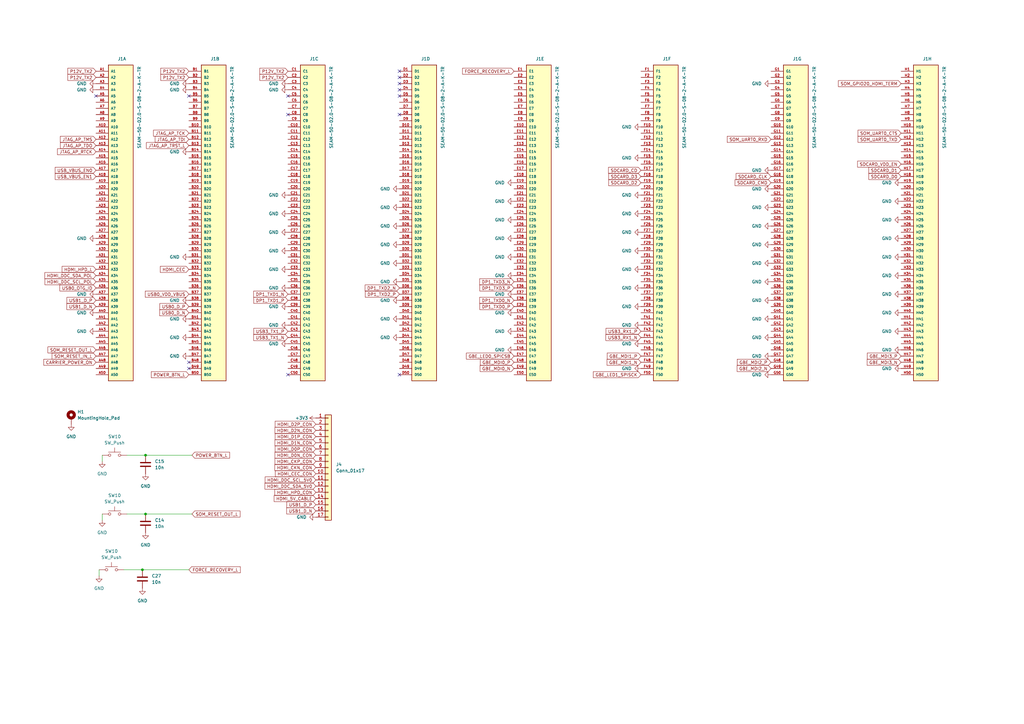
<source format=kicad_sch>
(kicad_sch (version 20230121) (generator eeschema)
  (paper "A3")
  (junction (at 59.69 210.82))
  (junction (at 58.42 233.68))
  (junction (at 59.69 186.69))
  (no_connect (at 163.83 36.83))
  (no_connect (at 77.47 148.59))
  (no_connect (at 39.37 39.37))
  (no_connect (at 163.83 31.75))
  (no_connect (at 77.47 39.37))
  (no_connect (at 163.83 39.37))
  (no_connect (at 118.11 39.37))
  (no_connect (at 163.83 29.21))
  (no_connect (at 163.83 34.29))
  (no_connect (at 118.11 46.99))
  (no_connect (at 77.47 151.13))
  (no_connect (at 163.83 46.99))
  (no_connect (at 163.83 153.67))
  (no_connect (at 118.11 153.67))
  (wire (pts (xy 52.07 210.82) (xy 59.69 210.82)))
  (wire (pts (xy 50.8 233.68) (xy 58.42 233.68)))
  (wire (pts (xy 59.69 210.82) (xy 78.74 210.82)))
  (wire (pts (xy 41.91 210.82) (xy 41.91 213.36)))
  (wire (pts (xy 41.91 186.69) (xy 41.91 189.23)))
  (wire (pts (xy 40.64 233.68) (xy 40.64 236.22)))
  (wire (pts (xy 58.42 233.68) (xy 77.47 233.68)))
  (wire (pts (xy 59.69 186.69) (xy 78.74 186.69)))
  (wire (pts (xy 52.07 186.69) (xy 59.69 186.69)))
  (global_label "HDMI_HPD_L" (shape input) (at 39.37 110.49 180) (property "Intersheetrefs" "${INTERSHEET_REFS}" (effects hide)))
  (global_label "SOM_UART0_CTS" (shape input) (at 369.57 54.61 180) (property "Intersheetrefs" "${INTERSHEET_REFS}" (effects hide)))
  (global_label "HDMI_DDC_SDA_POL" (shape input) (at 39.37 113.03 180) (property "Intersheetrefs" "${INTERSHEET_REFS}" (effects hide)))
  (global_label "USB1_D_P" (shape input) (at 129.54 207.01 180) (property "Intersheetrefs" "${INTERSHEET_REFS}" (effects hide)))
  (global_label "SOM_GPIO20_HDMI_TERM" (shape input) (at 369.57 34.29 180) (property "Intersheetrefs" "${INTERSHEET_REFS}" (effects hide)))
  (global_label "USB3_TX1_P" (shape input) (at 118.11 135.89 180) (property "Intersheetrefs" "${INTERSHEET_REFS}" (effects hide)))
  (global_label "SDCARD_VDD_EN" (shape input) (at 369.57 67.31 180) (property "Intersheetrefs" "${INTERSHEET_REFS}" (effects hide)))
  (global_label "DP1_TXD3_P" (shape input) (at 210.82 118.11 180) (property "Intersheetrefs" "${INTERSHEET_REFS}" (effects hide)))
  (global_label "DP1_TXD2_P" (shape input) (at 163.83 120.65 180) (property "Intersheetrefs" "${INTERSHEET_REFS}" (effects hide)))
  (global_label "DP1_TXD0_P" (shape input) (at 210.82 125.73 180) (property "Intersheetrefs" "${INTERSHEET_REFS}" (effects hide)))
  (global_label "SDCARD_CMD" (shape input) (at 316.23 74.93 180) (property "Intersheetrefs" "${INTERSHEET_REFS}" (effects hide)))
  (global_label "GBE_MDI1_N" (shape input) (at 262.89 148.59 180) (property "Intersheetrefs" "${INTERSHEET_REFS}" (effects hide)))
  (global_label "HDMI_D2N_CON" (shape input) (at 129.54 176.53 180) (property "Intersheetrefs" "${INTERSHEET_REFS}" (effects hide)))
  (global_label "USB3_RX1_N" (shape input) (at 262.89 138.43 180) (property "Intersheetrefs" "${INTERSHEET_REFS}" (effects hide)))
  (global_label "USB_VBUS_EN1" (shape input) (at 39.37 72.39 180) (property "Intersheetrefs" "${INTERSHEET_REFS}" (effects hide)))
  (global_label "HDMI_CEC" (shape input) (at 77.47 110.49 180) (property "Intersheetrefs" "${INTERSHEET_REFS}" (effects hide)))
  (global_label "P12V_TX2" (shape input) (at 118.11 29.21 180) (property "Intersheetrefs" "${INTERSHEET_REFS}" (effects hide)))
  (global_label "USB1_D_N" (shape input) (at 39.37 125.73 180) (property "Intersheetrefs" "${INTERSHEET_REFS}" (effects hide)))
  (global_label "HDMI_DDC_SDA_5V0" (shape input) (at 129.54 199.39 180) (property "Intersheetrefs" "${INTERSHEET_REFS}" (effects hide)))
  (global_label "GBE_MDI0_N" (shape input) (at 210.82 151.13 180) (property "Intersheetrefs" "${INTERSHEET_REFS}" (effects hide)))
  (global_label "GBE_MDI3_P" (shape input) (at 369.57 146.05 180) (property "Intersheetrefs" "${INTERSHEET_REFS}" (effects hide)))
  (global_label "SOM_RESET_OUT_L" (shape input) (at 39.37 143.51 180) (property "Intersheetrefs" "${INTERSHEET_REFS}" (effects hide)))
  (global_label "JTAG_AP_TMS" (shape input) (at 39.37 57.15 180) (property "Intersheetrefs" "${INTERSHEET_REFS}" (effects hide)))
  (global_label "USB0_OTG_ID" (shape input) (at 39.37 118.11 180) (property "Intersheetrefs" "${INTERSHEET_REFS}" (effects hide)))
  (global_label "USB1_D_P" (shape input) (at 39.37 123.19 180) (property "Intersheetrefs" "${INTERSHEET_REFS}" (effects hide)))
  (global_label "GBE_MDI1_P" (shape input) (at 262.89 146.05 180) (property "Intersheetrefs" "${INTERSHEET_REFS}" (effects hide)))
  (global_label "GBE_LED1_SPISCK" (shape input) (at 262.89 153.67 180) (property "Intersheetrefs" "${INTERSHEET_REFS}" (effects hide)))
  (global_label "SOM_RESET_IN_L" (shape input) (at 39.37 146.05 180) (property "Intersheetrefs" "${INTERSHEET_REFS}" (effects hide)))
  (global_label "DP1_TXD0_N" (shape input) (at 210.82 123.19 180) (property "Intersheetrefs" "${INTERSHEET_REFS}" (effects hide)))
  (global_label "JTAG_AP_TDI" (shape input) (at 77.47 57.15 180) (property "Intersheetrefs" "${INTERSHEET_REFS}" (effects hide)))
  (global_label "HDMI_DDC_SCL_POL" (shape input) (at 39.37 115.57 180) (property "Intersheetrefs" "${INTERSHEET_REFS}" (effects hide)))
  (global_label "JTAG_AP_TCK" (shape input) (at 77.47 54.61 180) (property "Intersheetrefs" "${INTERSHEET_REFS}" (effects hide)))
  (global_label "GBE_LED0_SPICSB" (shape input) (at 210.82 146.05 180) (property "Intersheetrefs" "${INTERSHEET_REFS}" (effects hide)))
  (global_label "FORCE_RECOVERY_L" (shape input) (at 210.82 29.21 180) (property "Intersheetrefs" "${INTERSHEET_REFS}" (effects hide)))
  (global_label "P12V_TX2" (shape input) (at 118.11 31.75 180) (property "Intersheetrefs" "${INTERSHEET_REFS}" (effects hide)))
  (global_label "SDCARD_CLK" (shape input) (at 316.23 72.39 180) (property "Intersheetrefs" "${INTERSHEET_REFS}" (effects hide)))
  (global_label "DP1_TXD1_N" (shape input) (at 118.11 120.65 180) (property "Intersheetrefs" "${INTERSHEET_REFS}" (effects hide)))
  (global_label "JTAG_AP_RTCK" (shape input) (at 39.37 62.23 180) (property "Intersheetrefs" "${INTERSHEET_REFS}" (effects hide)))
  (global_label "HDMI_D0P_CON" (shape input) (at 129.54 184.15 180) (property "Intersheetrefs" "${INTERSHEET_REFS}" (effects hide)))
  (global_label "GBE_MDI0_P" (shape input) (at 210.82 148.59 180) (property "Intersheetrefs" "${INTERSHEET_REFS}" (effects hide)))
  (global_label "SOM_UART0_RXD" (shape input) (at 316.23 57.15 180) (property "Intersheetrefs" "${INTERSHEET_REFS}" (effects hide)))
  (global_label "HDMI_5V_CABLE" (shape input) (at 129.54 204.47 180) (property "Intersheetrefs" "${INTERSHEET_REFS}" (effects hide)))
  (global_label "GBE_MDI2_P" (shape input) (at 316.23 148.59 180) (property "Intersheetrefs" "${INTERSHEET_REFS}" (effects hide)))
  (global_label "DP1_TXD2_N" (shape input) (at 163.83 118.11 180) (property "Intersheetrefs" "${INTERSHEET_REFS}" (effects hide)))
  (global_label "USB_VBUS_EN0" (shape input) (at 39.37 69.85 180) (property "Intersheetrefs" "${INTERSHEET_REFS}" (effects hide)))
  (global_label "JTAG_AP_TDO" (shape input) (at 39.37 59.69 180) (property "Intersheetrefs" "${INTERSHEET_REFS}" (effects hide)))
  (global_label "DP1_TXD1_P" (shape input) (at 118.11 123.19 180) (property "Intersheetrefs" "${INTERSHEET_REFS}" (effects hide)))
  (global_label "USB0_VDD_VBUS" (shape input) (at 77.47 120.65 180) (property "Intersheetrefs" "${INTERSHEET_REFS}" (effects hide)))
  (global_label "SDCARD_D1" (shape input) (at 369.57 69.85 180) (property "Intersheetrefs" "${INTERSHEET_REFS}" (effects hide)))
  (global_label "P12V_TX2" (shape input) (at 77.47 29.21 180) (property "Intersheetrefs" "${INTERSHEET_REFS}" (effects hide)))
  (global_label "HDMI_CEC_CON" (shape input) (at 129.54 194.31 180) (property "Intersheetrefs" "${INTERSHEET_REFS}" (effects hide)))
  (global_label "USB3_RX1_P" (shape input) (at 262.89 135.89 180) (property "Intersheetrefs" "${INTERSHEET_REFS}" (effects hide)))
  (global_label "HDMI_DDC_SCL_5V0" (shape input) (at 129.54 196.85 180) (property "Intersheetrefs" "${INTERSHEET_REFS}" (effects hide)))
  (global_label "HDMI_D2P_CON" (shape input) (at 129.54 173.99 180) (property "Intersheetrefs" "${INTERSHEET_REFS}" (effects hide)))
  (global_label "HDMI_HPD_CON" (shape input) (at 129.54 201.93 180) (property "Intersheetrefs" "${INTERSHEET_REFS}" (effects hide)))
  (global_label "FORCE_RECOVERY_L" (shape input) (at 77.47 233.68 0) (property "Intersheetrefs" "${INTERSHEET_REFS}" (effects hide)))
  (global_label "SOM_UART0_TXD" (shape input) (at 369.57 57.15 180) (property "Intersheetrefs" "${INTERSHEET_REFS}" (effects hide)))
  (global_label "USB1_D_N" (shape input) (at 129.54 209.55 180) (property "Intersheetrefs" "${INTERSHEET_REFS}" (effects hide)))
  (global_label "POWER_BTN_L" (shape input) (at 78.74 186.69 0) (property "Intersheetrefs" "${INTERSHEET_REFS}" (effects hide)))
  (global_label "SDCARD_CD" (shape input) (at 262.89 69.85 180) (property "Intersheetrefs" "${INTERSHEET_REFS}" (effects hide)))
  (global_label "USB0_D_N" (shape input) (at 77.47 128.27 180) (property "Intersheetrefs" "${INTERSHEET_REFS}" (effects hide)))
  (global_label "HDMI_D1N_CON" (shape input) (at 129.54 181.61 180) (property "Intersheetrefs" "${INTERSHEET_REFS}" (effects hide)))
  (global_label "P12V_TX2" (shape input) (at 77.47 31.75 180) (property "Intersheetrefs" "${INTERSHEET_REFS}" (effects hide)))
  (global_label "P12V_TX2" (shape input) (at 39.37 31.75 180) (property "Intersheetrefs" "${INTERSHEET_REFS}" (effects hide)))
  (global_label "HDMI_D0N_CON" (shape input) (at 129.54 186.69 180) (property "Intersheetrefs" "${INTERSHEET_REFS}" (effects hide)))
  (global_label "GBE_MDI2_N" (shape input) (at 316.23 151.13 180) (property "Intersheetrefs" "${INTERSHEET_REFS}" (effects hide)))
  (global_label "P12V_TX2" (shape input) (at 39.37 29.21 180) (property "Intersheetrefs" "${INTERSHEET_REFS}" (effects hide)))
  (global_label "USB0_D_P" (shape input) (at 77.47 125.73 180) (property "Intersheetrefs" "${INTERSHEET_REFS}" (effects hide)))
  (global_label "POWER_BTN_L" (shape input) (at 77.47 153.67 180) (property "Intersheetrefs" "${INTERSHEET_REFS}" (effects hide)))
  (global_label "CARRIER_POWER_ON" (shape input) (at 39.37 148.59 180) (property "Intersheetrefs" "${INTERSHEET_REFS}" (effects hide)))
  (global_label "DP1_TXD3_N" (shape input) (at 210.82 115.57 180) (property "Intersheetrefs" "${INTERSHEET_REFS}" (effects hide)))
  (global_label "SOM_RESET_OUT_L" (shape input) (at 78.74 210.82 0) (property "Intersheetrefs" "${INTERSHEET_REFS}" (effects hide)))
  (global_label "HDMI_D1P_CON" (shape input) (at 129.54 179.07 180) (property "Intersheetrefs" "${INTERSHEET_REFS}" (effects hide)))
  (global_label "JTAG_AP_TRST_L" (shape input) (at 77.47 59.69 180) (property "Intersheetrefs" "${INTERSHEET_REFS}" (effects hide)))
  (global_label "HDMI_CKN_CON" (shape input) (at 129.54 191.77 180) (property "Intersheetrefs" "${INTERSHEET_REFS}" (effects hide)))
  (global_label "SDCARD_D0" (shape input) (at 369.57 72.39 180) (property "Intersheetrefs" "${INTERSHEET_REFS}" (effects hide)))
  (global_label "SDCARD_D2" (shape input) (at 262.89 74.93 180) (property "Intersheetrefs" "${INTERSHEET_REFS}" (effects hide)))
  (global_label "SDCARD_D3" (shape input) (at 262.89 72.39 180) (property "Intersheetrefs" "${INTERSHEET_REFS}" (effects hide)))
  (global_label "USB3_TX1_N" (shape input) (at 118.11 138.43 180) (property "Intersheetrefs" "${INTERSHEET_REFS}" (effects hide)))
  (global_label "GBE_MDI3_N" (shape input) (at 369.57 148.59 180) (property "Intersheetrefs" "${INTERSHEET_REFS}" (effects hide)))
  (global_label "HDMI_CKP_CON" (shape input) (at 129.54 189.23 180) (property "Intersheetrefs" "${INTERSHEET_REFS}" (effects hide)))
  (symbol (lib_id "power:GND") (at 163.83 107.95 270) (unit 1)
    (property "Reference" "#PWR089" (effects hide))
    (property "Value" "GND" (at 160.02 107.95 90) (effects (justify right)))
  )
  (symbol (lib_id "power:GND") (at 163.83 115.57 270) (unit 1)
    (property "Reference" "#PWR090" (effects hide))
    (property "Value" "GND" (at 160.02 115.57 90) (effects (justify right)))
  )
  (symbol (lib_id "power:GND") (at 77.47 105.41 270) (unit 1)
    (property "Reference" "#PWR069" (effects hide))
    (property "Value" "GND" (at 73.66 105.41 90) (effects (justify right)))
  )
  (symbol (lib_id "power:GND") (at 39.37 128.27 270) (unit 1)
    (property "Reference" "#PWR064" (effects hide))
    (property "Value" "GND" (at 35.56 128.27 90) (effects (justify right)))
  )
  (symbol (lib_id "power:GND") (at 118.11 36.83 270) (unit 1)
    (property "Reference" "#PWR075" (effects hide))
    (property "Value" "GND" (at 114.3 36.83 90) (effects (justify right)))
  )
  (symbol (lib_id "power:GND") (at 369.57 113.03 270) (unit 1)
    (property "Reference" "#PWR0134" (effects hide))
    (property "Value" "GND" (at 365.76 113.03 90) (effects (justify right)))
  )
  (symbol (lib_id "power:GND") (at 262.89 87.63 270) (unit 1)
    (property "Reference" "#PWR0107" (effects hide))
    (property "Value" "GND" (at 259.08 87.63 90) (effects (justify right)))
  )
  (symbol (lib_id "power:GND") (at 262.89 125.73 270) (unit 1)
    (property "Reference" "#PWR0110" (effects hide))
    (property "Value" "GND" (at 259.08 125.73 90) (effects (justify right)))
  )
  (symbol (lib_id "power:GND") (at 118.11 118.11 270) (unit 1)
    (property "Reference" "#PWR081" (effects hide))
    (property "Value" "GND" (at 114.3 118.11 90) (effects (justify right)))
  )
  (symbol (lib_id "power:GND") (at 118.11 102.87 270) (unit 1)
    (property "Reference" "#PWR079" (effects hide))
    (property "Value" "GND" (at 114.3 102.87 90) (effects (justify right)))
  )
  (symbol (lib_id "power:GND") (at 77.47 34.29 270) (unit 1)
    (property "Reference" "#PWR066" (effects hide))
    (property "Value" "GND" (at 73.66 34.29 90) (effects (justify right)))
  )
  (symbol (lib_id "power:GND") (at 316.23 92.71 270) (unit 1)
    (property "Reference" "#PWR0124" (effects hide))
    (property "Value" "GND" (at 312.42 92.71 90) (effects (justify right)))
  )
  (symbol (lib_id "power:GND") (at 39.37 34.29 270) (unit 1)
    (property "Reference" "#PWR060" (effects hide))
    (property "Value" "GND" (at 35.56 34.29 90) (effects (justify right)))
  )
  (symbol (lib_id "power:GND") (at 77.47 36.83 270) (unit 1)
    (property "Reference" "#PWR067" (effects hide))
    (property "Value" "GND" (at 73.66 36.83 90) (effects (justify right)))
  )
  (symbol (lib_id "power:GND") (at 316.23 107.95 270) (unit 1)
    (property "Reference" "#PWR0122" (effects hide))
    (property "Value" "GND" (at 312.42 107.95 90) (effects (justify right)))
  )
  (symbol (lib_id "power:GND") (at 129.54 212.09 270) (unit 1)
    (property "Reference" "#PWR019" (effects hide))
    (property "Value" "GND" (at 125.73 212.09 90) (effects (justify right)))
    (instances (project "tegra_projectm_front" (path "" (reference "#PWR019") (unit 1))) (project "tegra_carrier" (path "" (reference "#PWR05") (unit 1))))
  )
  (symbol (lib_id "power:GND") (at 59.69 218.44 0) (unit 1)
    (property "Reference" "#PWR0148" (effects hide))
    (property "Value" "GND" (at 59.69 223.52 0))
  )
  (symbol (lib_id "power:GND") (at 369.57 151.13 270) (unit 1)
    (property "Reference" "#PWR0129" (effects hide))
    (property "Value" "GND" (at 365.76 151.13 90) (effects (justify right)))
  )
  (symbol (lib_id "SEAM-50-02.0-S-08-2-A-K-TR:SEAM-50-02.0-S-08-2-A-K-TR") (at 128.27 90.17 0) (unit 3)
    (property "Reference" "J1" (at 127 24.13 0) (effects (justify left)))
    (property "Value" "SEAM-50-02.0-S-08-2-A-K-TR" (at 135.89 60.96 90) (effects (justify left)))
    (property "Footprint" "footprints:SAMTEC_SEAM-50-02.0-S-08-2-A-K-TR" (effects hide))
    (property "PARTREV" "AE" (effects hide))
    (property "MF" "Samtec Inc." (effects hide))
    (property "STANDARD" "Manufacturer Recommendation" (effects hide))
  )
  (symbol (lib_id "power:GND") (at 316.23 69.85 270) (unit 1)
    (property "Reference" "#PWR0127" (effects hide))
    (property "Value" "GND" (at 312.42 69.85 90) (effects (justify right)))
  )
  (symbol (lib_id "power:GND") (at 41.91 213.36 0) (unit 1)
    (property "Reference" "#PWR01" (effects hide))
    (property "Value" "GND" (at 41.91 218.44 0))
  )
  (symbol (lib_id "power:GND") (at 39.37 135.89 270) (unit 1)
    (property "Reference" "#PWR065" (effects hide))
    (property "Value" "GND" (at 35.56 135.89 90) (effects (justify right)))
  )
  (symbol (lib_id "power:GND") (at 77.47 130.81 270) (unit 1)
    (property "Reference" "#PWR071" (effects hide))
    (property "Value" "GND" (at 73.66 130.81 90) (effects (justify right)))
  )
  (symbol (lib_id "power:GND") (at 77.47 62.23 270) (unit 1)
    (property "Reference" "#PWR068" (effects hide))
    (property "Value" "GND" (at 73.66 62.23 90) (effects (justify right)))
  )
  (symbol (lib_id "SEAM-50-02.0-S-08-2-A-K-TR:SEAM-50-02.0-S-08-2-A-K-TR") (at 49.53 90.17 0) (unit 1)
    (property "Reference" "J1" (at 48.26 24.13 0) (effects (justify left)))
    (property "Value" "SEAM-50-02.0-S-08-2-A-K-TR" (at 57.15 60.96 90) (effects (justify left)))
    (property "Footprint" "footprints:SAMTEC_SEAM-50-02.0-S-08-2-A-K-TR" (effects hide))
    (property "PARTREV" "AE" (effects hide))
    (property "MF" "Samtec Inc." (effects hide))
    (property "STANDARD" "Manufacturer Recommendation" (effects hide))
  )
  (symbol (lib_id "power:GND") (at 262.89 151.13 270) (unit 1)
    (property "Reference" "#PWR0115" (effects hide))
    (property "Value" "GND" (at 259.08 151.13 90) (effects (justify right)))
  )
  (symbol (lib_id "power:GND") (at 118.11 140.97 270) (unit 1)
    (property "Reference" "#PWR084" (effects hide))
    (property "Value" "GND" (at 114.3 140.97 90) (effects (justify right)))
  )
  (symbol (lib_id "power:GND") (at 39.37 36.83 270) (unit 1)
    (property "Reference" "#PWR061" (effects hide))
    (property "Value" "GND" (at 35.56 36.83 90) (effects (justify right)))
  )
  (symbol (lib_id "power:GND") (at 210.82 135.89 270) (unit 1)
    (property "Reference" "#PWR0102" (effects hide))
    (property "Value" "GND" (at 207.01 135.89 90) (effects (justify right)))
  )
  (symbol (lib_id "power:GND") (at 163.83 92.71 270) (unit 1)
    (property "Reference" "#PWR087" (effects hide))
    (property "Value" "GND" (at 160.02 92.71 90) (effects (justify right)))
  )
  (symbol (lib_id "power:GND") (at 210.82 105.41 270) (unit 1)
    (property "Reference" "#PWR098" (effects hide))
    (property "Value" "GND" (at 207.01 105.41 90) (effects (justify right)))
  )
  (symbol (lib_id "power:GND") (at 369.57 82.55 270) (unit 1)
    (property "Reference" "#PWR0138" (effects hide))
    (property "Value" "GND" (at 365.76 82.55 90) (effects (justify right)))
  )
  (symbol (lib_id "Switch:SW_Push") (at 46.99 210.82 0) (unit 1)
    (property "Reference" "SW10" (at 46.99 203.2 0))
    (property "Value" "SW_Push" (at 46.99 205.74 0))
    (property "Footprint" "Button_Switch_SMD:SW_SPST_TL3342" (effects hide))
    (instances (project "tegra_projectm_front" (path "" (reference "SW10") (unit 1))) (project "tegra_carrier" (path "" (reference "SW2") (unit 1))) (project "canbus_loopback" (path "" (reference "SW3") (unit 1)) (path "" (reference "SW2") (unit 1))) (project "combo_laser_driver" (path "" (reference "SW1") (unit 1))))
  )
  (symbol (lib_id "power:GND") (at 58.42 241.3 0) (unit 1)
    (property "Reference" "#PWR0145" (effects hide))
    (property "Value" "GND" (at 58.42 246.38 0))
  )
  (symbol (lib_id "power:GND") (at 316.23 100.33 270) (unit 1)
    (property "Reference" "#PWR0123" (effects hide))
    (property "Value" "GND" (at 312.42 100.33 90) (effects (justify right)))
  )
  (symbol (lib_id "SEAM-50-02.0-S-08-2-A-K-TR:SEAM-50-02.0-S-08-2-A-K-TR") (at 87.63 90.17 0) (unit 2)
    (property "Reference" "J1" (at 86.36 24.13 0) (effects (justify left)))
    (property "Value" "SEAM-50-02.0-S-08-2-A-K-TR" (at 95.25 60.96 90) (effects (justify left)))
    (property "Footprint" "footprints:SAMTEC_SEAM-50-02.0-S-08-2-A-K-TR" (effects hide))
    (property "PARTREV" "AE" (effects hide))
    (property "MF" "Samtec Inc." (effects hide))
    (property "STANDARD" "Manufacturer Recommendation" (effects hide))
  )
  (symbol (lib_id "power:GND") (at 29.21 173.99 0) (unit 1)
    (property "Reference" "#PWR029" (effects hide))
    (property "Value" "GND" (at 29.21 179.07 0))
    (instances (project "tegra_projectm_front" (path "" (reference "#PWR029") (unit 1))) (project "tegra_carrier" (path "" (reference "#PWR03") (unit 1))))
  )
  (symbol (lib_id "power:GND") (at 262.89 102.87 270) (unit 1)
    (property "Reference" "#PWR0109" (effects hide))
    (property "Value" "GND" (at 259.08 102.87 90) (effects (justify right)))
  )
  (symbol (lib_id "power:GND") (at 369.57 97.79 270) (unit 1)
    (property "Reference" "#PWR0136" (effects hide))
    (property "Value" "GND" (at 365.76 97.79 90) (effects (justify right)))
  )
  (symbol (lib_id "power:GND") (at 369.57 120.65 270) (unit 1)
    (property "Reference" "#PWR0133" (effects hide))
    (property "Value" "GND" (at 365.76 120.65 90) (effects (justify right)))
  )
  (symbol (lib_id "Switch:SW_Push") (at 46.99 186.69 0) (unit 1)
    (property "Reference" "SW10" (at 46.99 179.07 0))
    (property "Value" "SW_Push" (at 46.99 181.61 0))
    (property "Footprint" "Button_Switch_SMD:SW_SPST_TL3342" (effects hide))
    (instances (project "tegra_projectm_front" (path "" (reference "SW10") (unit 1))) (project "tegra_carrier" (path "" (reference "SW1") (unit 1))) (project "canbus_loopback" (path "" (reference "SW3") (unit 1)) (path "" (reference "SW2") (unit 1))) (project "combo_laser_driver" (path "" (reference "SW1") (unit 1))))
  )
  (symbol (lib_id "power:GND") (at 316.23 77.47 270) (unit 1)
    (property "Reference" "#PWR0126" (effects hide))
    (property "Value" "GND" (at 312.42 77.47 90) (effects (justify right)))
  )
  (symbol (lib_id "power:GND") (at 316.23 130.81 270) (unit 1)
    (property "Reference" "#PWR0119" (effects hide))
    (property "Value" "GND" (at 312.42 130.81 90) (effects (justify right)))
  )
  (symbol (lib_id "power:GND") (at 77.47 123.19 270) (unit 1)
    (property "Reference" "#PWR070" (effects hide))
    (property "Value" "GND" (at 73.66 123.19 90) (effects (justify right)))
  )
  (symbol (lib_id "power:GND") (at 118.11 110.49 270) (unit 1)
    (property "Reference" "#PWR080" (effects hide))
    (property "Value" "GND" (at 114.3 110.49 90) (effects (justify right)))
  )
  (symbol (lib_id "power:GND") (at 316.23 85.09 270) (unit 1)
    (property "Reference" "#PWR0125" (effects hide))
    (property "Value" "GND" (at 312.42 85.09 90) (effects (justify right)))
  )
  (symbol (lib_id "power:GND") (at 77.47 146.05 270) (unit 1)
    (property "Reference" "#PWR073" (effects hide))
    (property "Value" "GND" (at 73.66 146.05 90) (effects (justify right)))
  )
  (symbol (lib_id "power:GND") (at 163.83 100.33 270) (unit 1)
    (property "Reference" "#PWR088" (effects hide))
    (property "Value" "GND" (at 160.02 100.33 90) (effects (justify right)))
  )
  (symbol (lib_id "Switch:SW_Push") (at 45.72 233.68 0) (unit 1)
    (property "Reference" "SW10" (at 45.72 226.06 0))
    (property "Value" "SW_Push" (at 45.72 228.6 0))
    (property "Footprint" "Button_Switch_SMD:SW_SPST_TL3342" (effects hide))
    (instances (project "tegra_projectm_front" (path "" (reference "SW10") (unit 1))) (project "tegra_carrier" (path "" (reference "SW3") (unit 1))) (project "canbus_loopback" (path "" (reference "SW3") (unit 1)) (path "" (reference "SW2") (unit 1))) (project "combo_laser_driver" (path "" (reference "SW1") (unit 1))))
  )
  (symbol (lib_id "Device:C") (at 59.69 214.63 0) (unit 1)
    (property "Reference" "C14" (at 63.5 213.36 0) (effects (justify left)))
    (property "Value" "10n" (at 63.5 215.9 0) (effects (justify left)))
    (property "Footprint" "Capacitor_SMD:C_0603_1608Metric" (effects hide))
  )
  (symbol (lib_id "power:GND") (at 262.89 64.77 270) (unit 1)
    (property "Reference" "#PWR0105" (effects hide))
    (property "Value" "GND" (at 259.08 64.77 90) (effects (justify right)))
  )
  (symbol (lib_id "power:GND") (at 163.83 77.47 270) (unit 1)
    (property "Reference" "#PWR085" (effects hide))
    (property "Value" "GND" (at 160.02 77.47 90) (effects (justify right)))
  )
  (symbol (lib_id "power:GND") (at 210.82 97.79 270) (unit 1)
    (property "Reference" "#PWR097" (effects hide))
    (property "Value" "GND" (at 207.01 97.79 90) (effects (justify right)))
  )
  (symbol (lib_id "power:GND") (at 59.69 194.31 0) (unit 1)
    (property "Reference" "#PWR0151" (effects hide))
    (property "Value" "GND" (at 59.69 199.39 0))
  )
  (symbol (lib_id "power:GND") (at 39.37 120.65 270) (unit 1)
    (property "Reference" "#PWR063" (effects hide))
    (property "Value" "GND" (at 35.56 120.65 90) (effects (justify right)))
  )
  (symbol (lib_id "power:GND") (at 369.57 143.51 270) (unit 1)
    (property "Reference" "#PWR0130" (effects hide))
    (property "Value" "GND" (at 365.76 143.51 90) (effects (justify right)))
  )
  (symbol (lib_id "power:GND") (at 210.82 74.93 270) (unit 1)
    (property "Reference" "#PWR094" (effects hide))
    (property "Value" "GND" (at 207.01 74.93 90) (effects (justify right)))
  )
  (symbol (lib_id "power:GND") (at 41.91 189.23 0) (unit 1)
    (property "Reference" "#PWR0149" (effects hide))
    (property "Value" "GND" (at 41.91 194.31 0))
  )
  (symbol (lib_id "SEAM-50-02.0-S-08-2-A-K-TR:SEAM-50-02.0-S-08-2-A-K-TR") (at 173.99 90.17 0) (unit 4)
    (property "Reference" "J1" (at 172.72 24.13 0) (effects (justify left)))
    (property "Value" "SEAM-50-02.0-S-08-2-A-K-TR" (at 181.61 60.96 90) (effects (justify left)))
    (property "Footprint" "footprints:SAMTEC_SEAM-50-02.0-S-08-2-A-K-TR" (effects hide))
    (property "PARTREV" "AE" (effects hide))
    (property "MF" "Samtec Inc." (effects hide))
    (property "STANDARD" "Manufacturer Recommendation" (effects hide))
  )
  (symbol (lib_id "power:GND") (at 210.82 120.65 270) (unit 1)
    (property "Reference" "#PWR0100" (effects hide))
    (property "Value" "GND" (at 207.01 120.65 90) (effects (justify right)))
  )
  (symbol (lib_id "power:GND") (at 210.82 82.55 270) (unit 1)
    (property "Reference" "#PWR095" (effects hide))
    (property "Value" "GND" (at 207.01 82.55 90) (effects (justify right)))
  )
  (symbol (lib_id "power:GND") (at 369.57 90.17 270) (unit 1)
    (property "Reference" "#PWR0137" (effects hide))
    (property "Value" "GND" (at 365.76 90.17 90) (effects (justify right)))
  )
  (symbol (lib_id "power:GND") (at 210.82 143.51 270) (unit 1)
    (property "Reference" "#PWR0103" (effects hide))
    (property "Value" "GND" (at 207.01 143.51 90) (effects (justify right)))
  )
  (symbol (lib_id "power:GND") (at 316.23 146.05 270) (unit 1)
    (property "Reference" "#PWR0117" (effects hide))
    (property "Value" "GND" (at 312.42 146.05 90) (effects (justify right)))
  )
  (symbol (lib_id "power:GND") (at 210.82 90.17 270) (unit 1)
    (property "Reference" "#PWR096" (effects hide))
    (property "Value" "GND" (at 207.01 90.17 90) (effects (justify right)))
  )
  (symbol (lib_id "power:GND") (at 163.83 123.19 270) (unit 1)
    (property "Reference" "#PWR091" (effects hide))
    (property "Value" "GND" (at 160.02 123.19 90) (effects (justify right)))
  )
  (symbol (lib_id "SEAM-50-02.0-S-08-2-A-K-TR:SEAM-50-02.0-S-08-2-A-K-TR") (at 220.98 90.17 0) (unit 5)
    (property "Reference" "J1" (at 219.71 24.13 0) (effects (justify left)))
    (property "Value" "SEAM-50-02.0-S-08-2-A-K-TR" (at 228.6 60.96 90) (effects (justify left)))
    (property "Footprint" "footprints:SAMTEC_SEAM-50-02.0-S-08-2-A-K-TR" (effects hide))
    (property "PARTREV" "AE" (effects hide))
    (property "MF" "Samtec Inc." (effects hide))
    (property "STANDARD" "Manufacturer Recommendation" (effects hide))
  )
  (symbol (lib_id "power:+3V3") (at 129.54 171.45 90) (unit 1)
    (property "Reference" "#PWR01" (effects hide))
    (property "Value" "+3V3" (at 126.365 171.45 90) (effects (justify left)))
    (instances (project "tegra_projectm_front" (path "" (reference "#PWR01") (unit 1))) (project "tegra_carrier" (path "" (reference "#PWR04") (unit 1))))
  )
  (symbol (lib_id "Device:C") (at 59.69 190.5 0) (unit 1)
    (property "Reference" "C15" (at 63.5 189.23 0) (effects (justify left)))
    (property "Value" "10n" (at 63.5 191.77 0) (effects (justify left)))
    (property "Footprint" "Capacitor_SMD:C_0603_1608Metric" (effects hide))
  )
  (symbol (lib_id "power:GND") (at 262.89 133.35 270) (unit 1)
    (property "Reference" "#PWR0113" (effects hide))
    (property "Value" "GND" (at 259.08 133.35 90) (effects (justify right)))
  )
  (symbol (lib_id "power:GND") (at 369.57 74.93 270) (unit 1)
    (property "Reference" "#PWR0139" (effects hide))
    (property "Value" "GND" (at 365.76 74.93 90) (effects (justify right)))
  )
  (symbol (lib_id "power:GND") (at 210.82 128.27 270) (unit 1)
    (property "Reference" "#PWR0101" (effects hide))
    (property "Value" "GND" (at 207.01 128.27 90) (effects (justify right)))
  )
  (symbol (lib_id "power:GND") (at 369.57 128.27 270) (unit 1)
    (property "Reference" "#PWR0132" (effects hide))
    (property "Value" "GND" (at 365.76 128.27 90) (effects (justify right)))
  )
  (symbol (lib_id "power:GND") (at 118.11 125.73 270) (unit 1)
    (property "Reference" "#PWR082" (effects hide))
    (property "Value" "GND" (at 114.3 125.73 90) (effects (justify right)))
  )
  (symbol (lib_id "power:GND") (at 210.82 113.03 270) (unit 1)
    (property "Reference" "#PWR099" (effects hide))
    (property "Value" "GND" (at 207.01 113.03 90) (effects (justify right)))
  )
  (symbol (lib_id "Device:C") (at 58.42 237.49 0) (unit 1)
    (property "Reference" "C27" (at 62.23 236.22 0) (effects (justify left)))
    (property "Value" "10n" (at 62.23 238.76 0) (effects (justify left)))
    (property "Footprint" "Capacitor_SMD:C_0603_1608Metric" (effects hide))
  )
  (symbol (lib_id "power:GND") (at 39.37 97.79 270) (unit 1)
    (property "Reference" "#PWR062" (effects hide))
    (property "Value" "GND" (at 35.56 97.79 90) (effects (justify right)))
  )
  (symbol (lib_id "power:GND") (at 118.11 34.29 270) (unit 1)
    (property "Reference" "#PWR074" (effects hide))
    (property "Value" "GND" (at 114.3 34.29 90) (effects (justify right)))
  )
  (symbol (lib_id "power:GND") (at 163.83 138.43 270) (unit 1)
    (property "Reference" "#PWR093" (effects hide))
    (property "Value" "GND" (at 160.02 138.43 90) (effects (justify right)))
  )
  (symbol (lib_id "power:GND") (at 262.89 52.07 270) (unit 1)
    (property "Reference" "#PWR0104" (effects hide))
    (property "Value" "GND" (at 259.08 52.07 90) (effects (justify right)))
  )
  (symbol (lib_id "power:GND") (at 163.83 85.09 270) (unit 1)
    (property "Reference" "#PWR086" (effects hide))
    (property "Value" "GND" (at 160.02 85.09 90) (effects (justify right)))
  )
  (symbol (lib_id "power:GND") (at 118.11 80.01 270) (unit 1)
    (property "Reference" "#PWR076" (effects hide))
    (property "Value" "GND" (at 114.3 80.01 90) (effects (justify right)))
  )
  (symbol (lib_id "power:GND") (at 316.23 34.29 270) (unit 1)
    (property "Reference" "#PWR0128" (effects hide))
    (property "Value" "GND" (at 312.42 34.29 90) (effects (justify right)))
  )
  (symbol (lib_id "power:GND") (at 262.89 140.97 270) (unit 1)
    (property "Reference" "#PWR0114" (effects hide))
    (property "Value" "GND" (at 259.08 140.97 90) (effects (justify right)))
  )
  (symbol (lib_id "power:GND") (at 262.89 110.49 270) (unit 1)
    (property "Reference" "#PWR0112" (effects hide))
    (property "Value" "GND" (at 259.08 110.49 90) (effects (justify right)))
  )
  (symbol (lib_id "SEAM-50-02.0-S-08-2-A-K-TR:SEAM-50-02.0-S-08-2-A-K-TR") (at 326.39 90.17 0) (unit 7)
    (property "Reference" "J1" (at 325.12 24.13 0) (effects (justify left)))
    (property "Value" "SEAM-50-02.0-S-08-2-A-K-TR" (at 334.01 60.96 90) (effects (justify left)))
    (property "Footprint" "footprints:SAMTEC_SEAM-50-02.0-S-08-2-A-K-TR" (effects hide))
    (property "PARTREV" "AE" (effects hide))
    (property "MF" "Samtec Inc." (effects hide))
    (property "STANDARD" "Manufacturer Recommendation" (effects hide))
  )
  (symbol (lib_id "power:GND") (at 40.64 236.22 0) (unit 1)
    (property "Reference" "#PWR02" (effects hide))
    (property "Value" "GND" (at 40.64 241.3 0))
  )
  (symbol (lib_id "power:GND") (at 262.89 80.01 270) (unit 1)
    (property "Reference" "#PWR0106" (effects hide))
    (property "Value" "GND" (at 259.08 80.01 90) (effects (justify right)))
  )
  (symbol (lib_id "power:GND") (at 316.23 123.19 270) (unit 1)
    (property "Reference" "#PWR0120" (effects hide))
    (property "Value" "GND" (at 312.42 123.19 90) (effects (justify right)))
  )
  (symbol (lib_id "power:GND") (at 118.11 133.35 270) (unit 1)
    (property "Reference" "#PWR083" (effects hide))
    (property "Value" "GND" (at 114.3 133.35 90) (effects (justify right)))
  )
  (symbol (lib_id "power:GND") (at 369.57 135.89 270) (unit 1)
    (property "Reference" "#PWR0131" (effects hide))
    (property "Value" "GND" (at 365.76 135.89 90) (effects (justify right)))
  )
  (symbol (lib_id "power:GND") (at 118.11 87.63 270) (unit 1)
    (property "Reference" "#PWR077" (effects hide))
    (property "Value" "GND" (at 114.3 87.63 90) (effects (justify right)))
  )
  (symbol (lib_id "Connector_Generic:Conn_01x17") (at 134.62 191.77 0) (unit 1)
    (property "Reference" "J4" (at 137.795 190.5 0) (effects (justify left)))
    (property "Value" "Conn_01x17" (at 137.795 193.04 0) (effects (justify left)))
    (property "Footprint" "Connector_PinHeader_2.54mm:PinHeader_1x17_P2.54mm_Vertical" (effects hide))
  )
  (symbol (lib_id "power:GND") (at 369.57 105.41 270) (unit 1)
    (property "Reference" "#PWR0135" (effects hide))
    (property "Value" "GND" (at 365.76 105.41 90) (effects (justify right)))
  )
  (symbol (lib_id "power:GND") (at 77.47 138.43 270) (unit 1)
    (property "Reference" "#PWR072" (effects hide))
    (property "Value" "GND" (at 73.66 138.43 90) (effects (justify right)))
  )
  (symbol (lib_id "power:GND") (at 316.23 153.67 270) (unit 1)
    (property "Reference" "#PWR0116" (effects hide))
    (property "Value" "GND" (at 312.42 153.67 90) (effects (justify right)))
  )
  (symbol (lib_id "power:GND") (at 163.83 130.81 270) (unit 1)
    (property "Reference" "#PWR092" (effects hide))
    (property "Value" "GND" (at 160.02 130.81 90) (effects (justify right)))
  )
  (symbol (lib_id "Mechanical:MountingHole_Pad") (at 29.21 171.45 0) (unit 1)
    (property "Reference" "H1" (at 31.75 168.91 0) (effects (justify left)))
    (property "Value" "MountingHole_Pad" (at 31.75 171.45 0) (effects (justify left)))
    (property "Footprint" "MountingHole:MountingHole_3.2mm_M3_DIN965_Pad" (effects hide))
  )
  (symbol (lib_id "power:GND") (at 262.89 95.25 270) (unit 1)
    (property "Reference" "#PWR0108" (effects hide))
    (property "Value" "GND" (at 259.08 95.25 90) (effects (justify right)))
  )
  (symbol (lib_id "power:GND") (at 118.11 95.25 270) (unit 1)
    (property "Reference" "#PWR078" (effects hide))
    (property "Value" "GND" (at 114.3 95.25 90) (effects (justify right)))
  )
  (symbol (lib_id "SEAM-50-02.0-S-08-2-A-K-TR:SEAM-50-02.0-S-08-2-A-K-TR") (at 379.73 90.17 0) (unit 8)
    (property "Reference" "J1" (at 378.46 24.13 0) (effects (justify left)))
    (property "Value" "SEAM-50-02.0-S-08-2-A-K-TR" (at 387.35 60.96 90) (effects (justify left)))
    (property "Footprint" "footprints:SAMTEC_SEAM-50-02.0-S-08-2-A-K-TR" (effects hide))
    (property "PARTREV" "AE" (effects hide))
    (property "MF" "Samtec Inc." (effects hide))
    (property "STANDARD" "Manufacturer Recommendation" (effects hide))
  )
  (symbol (lib_id "SEAM-50-02.0-S-08-2-A-K-TR:SEAM-50-02.0-S-08-2-A-K-TR") (at 273.05 90.17 0) (unit 6)
    (property "Reference" "J1" (at 271.78 24.13 0) (effects (justify left)))
    (property "Value" "SEAM-50-02.0-S-08-2-A-K-TR" (at 280.67 60.96 90) (effects (justify left)))
    (property "Footprint" "footprints:SAMTEC_SEAM-50-02.0-S-08-2-A-K-TR" (effects hide))
    (property "PARTREV" "AE" (effects hide))
    (property "MF" "Samtec Inc." (effects hide))
    (property "STANDARD" "Manufacturer Recommendation" (effects hide))
  )
  (symbol (lib_id "power:GND") (at 316.23 138.43 270) (unit 1)
    (property "Reference" "#PWR0118" (effects hide))
    (property "Value" "GND" (at 312.42 138.43 90) (effects (justify right)))
  )
  (symbol (lib_id "power:GND") (at 262.89 118.11 270) (unit 1)
    (property "Reference" "#PWR0111" (effects hide))
    (property "Value" "GND" (at 259.08 118.11 90) (effects (justify right)))
  )
  (symbol (lib_id "power:GND") (at 316.23 115.57 270) (unit 1)
    (property "Reference" "#PWR0121" (effects hide))
    (property "Value" "GND" (at 312.42 115.57 90) (effects (justify right)))
  )
)
</source>
